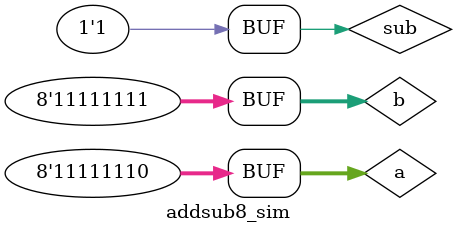
<source format=v>
`timescale 1ns / 1ps


module addsub8_sim(    );
    // input
    reg [7:0] a = 8'h16;
    reg [7:0] b = 8'h12;
    reg sub = 0;
    
    //output
    wire [7:0] sum;
    wire cf;
    wire ovf;
    wire sf;
    wire zf;
    
    // initial
    addsub U (a,b,sub,sum,cf,ovf,sf,zf);
    initial begin
    #200 sub = 1;
    #200 begin a = 8'h7f; b = 8'h2; sub = 0; end
    #200 begin a = 8'hff; b = 8'h2; sub = 0; end
    #200 begin a = 8'h16; b = 8'h17; sub = 1; end
    #200 begin a = 8'hfe; b = 8'hff; sub = 1; end

    end

endmodule

</source>
